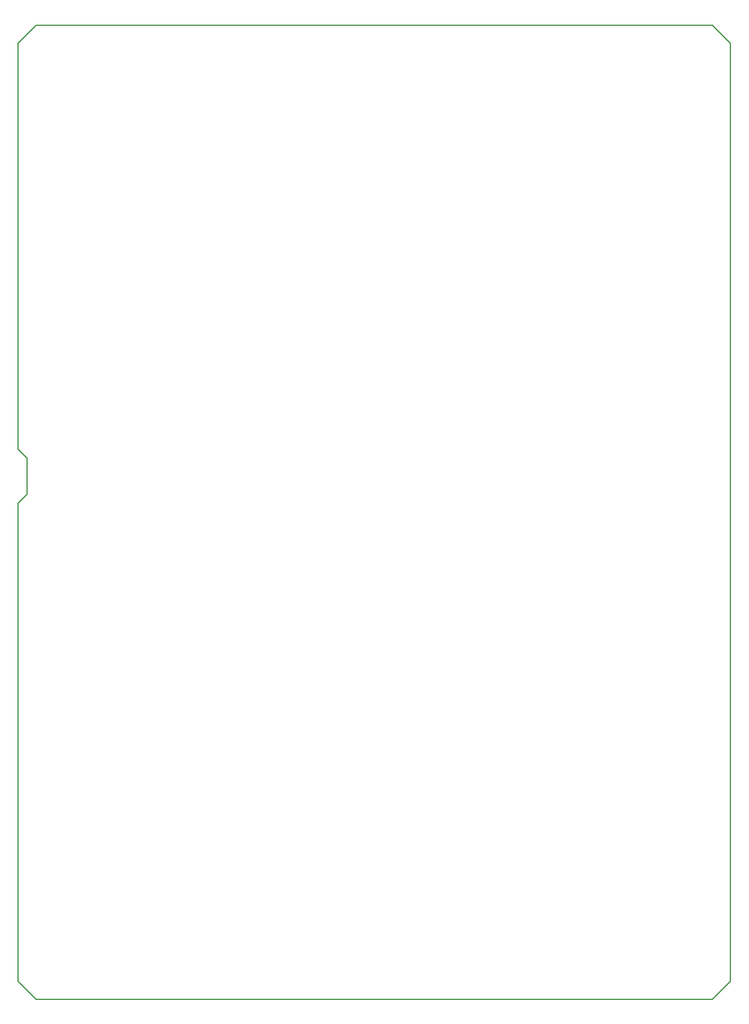
<source format=gbr>
G04 DipTrace 2.3.1.0*
%INBoardOutline.gbr*%
%MOIN*%
%ADD11C,0.0055*%
%FSLAX44Y44*%
G04*
G70*
G90*
G75*
G01*
%LNBoardOutline*%
%LPD*%
X3937Y56937D2*
D11*
X4937Y57937D1*
X42437D1*
X43437Y56937D1*
Y4937D1*
X42437Y3937D1*
X4937D1*
X3937Y4937D1*
Y31437D1*
X4437Y31937D1*
Y33937D1*
X3937Y34437D1*
Y56937D1*
M02*

</source>
